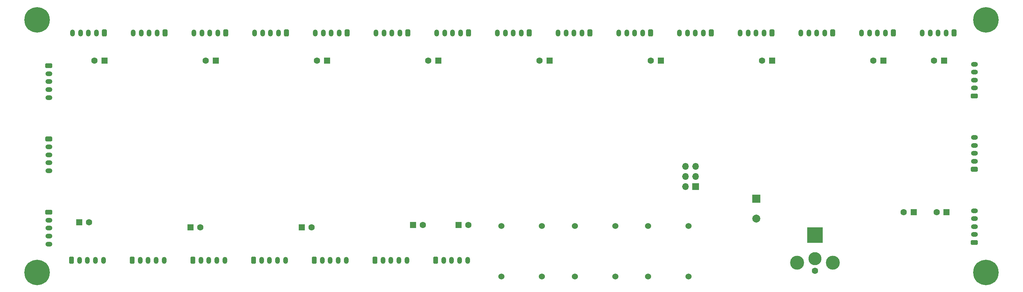
<source format=gbr>
%TF.GenerationSoftware,KiCad,Pcbnew,(5.1.10-1-10_14)*%
%TF.CreationDate,2021-09-29T23:31:11-07:00*%
%TF.ProjectId,stepper_clock,73746570-7065-4725-9f63-6c6f636b2e6b,rev?*%
%TF.SameCoordinates,Original*%
%TF.FileFunction,Soldermask,Bot*%
%TF.FilePolarity,Negative*%
%FSLAX46Y46*%
G04 Gerber Fmt 4.6, Leading zero omitted, Abs format (unit mm)*
G04 Created by KiCad (PCBNEW (5.1.10-1-10_14)) date 2021-09-29 23:31:11*
%MOMM*%
%LPD*%
G01*
G04 APERTURE LIST*
%ADD10O,1.200000X1.750000*%
%ADD11R,4.000000X4.000000*%
%ADD12C,3.300000*%
%ADD13C,3.500000*%
%ADD14C,1.600000*%
%ADD15R,1.700000X1.700000*%
%ADD16O,1.700000X1.700000*%
%ADD17O,1.750000X1.200000*%
%ADD18C,1.524000*%
%ADD19R,1.600000X1.600000*%
%ADD20R,2.000000X2.000000*%
%ADD21C,2.000000*%
%ADD22C,0.800000*%
%ADD23C,6.400000*%
G04 APERTURE END LIST*
%TO.C,J9*%
G36*
G01*
X109890000Y-67935001D02*
X109890000Y-66684999D01*
G75*
G02*
X110139999Y-66435000I249999J0D01*
G01*
X110840001Y-66435000D01*
G75*
G02*
X111090000Y-66684999I0J-249999D01*
G01*
X111090000Y-67935001D01*
G75*
G02*
X110840001Y-68185000I-249999J0D01*
G01*
X110139999Y-68185000D01*
G75*
G02*
X109890000Y-67935001I0J249999D01*
G01*
G37*
D10*
X112490000Y-67310000D03*
X114490000Y-67310000D03*
X116490000Y-67310000D03*
X118490000Y-67310000D03*
%TD*%
%TO.C,J8*%
G36*
G01*
X94650000Y-67935001D02*
X94650000Y-66684999D01*
G75*
G02*
X94899999Y-66435000I249999J0D01*
G01*
X95600001Y-66435000D01*
G75*
G02*
X95850000Y-66684999I0J-249999D01*
G01*
X95850000Y-67935001D01*
G75*
G02*
X95600001Y-68185000I-249999J0D01*
G01*
X94899999Y-68185000D01*
G75*
G02*
X94650000Y-67935001I0J249999D01*
G01*
G37*
X97250000Y-67310000D03*
X99250000Y-67310000D03*
X101250000Y-67310000D03*
X103250000Y-67310000D03*
%TD*%
%TO.C,J3*%
G36*
G01*
X18450000Y-67935001D02*
X18450000Y-66684999D01*
G75*
G02*
X18699999Y-66435000I249999J0D01*
G01*
X19400001Y-66435000D01*
G75*
G02*
X19650000Y-66684999I0J-249999D01*
G01*
X19650000Y-67935001D01*
G75*
G02*
X19400001Y-68185000I-249999J0D01*
G01*
X18699999Y-68185000D01*
G75*
G02*
X18450000Y-67935001I0J249999D01*
G01*
G37*
X21050000Y-67310000D03*
X23050000Y-67310000D03*
X25050000Y-67310000D03*
X27050000Y-67310000D03*
%TD*%
%TO.C,J4*%
X42290000Y-67310000D03*
X40290000Y-67310000D03*
X38290000Y-67310000D03*
X36290000Y-67310000D03*
G36*
G01*
X33690000Y-67935001D02*
X33690000Y-66684999D01*
G75*
G02*
X33939999Y-66435000I249999J0D01*
G01*
X34640001Y-66435000D01*
G75*
G02*
X34890000Y-66684999I0J-249999D01*
G01*
X34890000Y-67935001D01*
G75*
G02*
X34640001Y-68185000I-249999J0D01*
G01*
X33939999Y-68185000D01*
G75*
G02*
X33690000Y-67935001I0J249999D01*
G01*
G37*
%TD*%
D11*
%TO.C,J1*%
X205740000Y-60960000D03*
D12*
X205740000Y-66960000D03*
D13*
X201240000Y-67960000D03*
X210240000Y-67960000D03*
D14*
X205740000Y-69960000D03*
%TD*%
D15*
%TO.C,J2*%
X175768000Y-48768000D03*
D16*
X173228000Y-48768000D03*
X175768000Y-46228000D03*
X173228000Y-46228000D03*
X175768000Y-43688000D03*
X173228000Y-43688000D03*
%TD*%
%TO.C,J5*%
G36*
G01*
X48930000Y-67935001D02*
X48930000Y-66684999D01*
G75*
G02*
X49179999Y-66435000I249999J0D01*
G01*
X49880001Y-66435000D01*
G75*
G02*
X50130000Y-66684999I0J-249999D01*
G01*
X50130000Y-67935001D01*
G75*
G02*
X49880001Y-68185000I-249999J0D01*
G01*
X49179999Y-68185000D01*
G75*
G02*
X48930000Y-67935001I0J249999D01*
G01*
G37*
D10*
X51530000Y-67310000D03*
X53530000Y-67310000D03*
X55530000Y-67310000D03*
X57530000Y-67310000D03*
%TD*%
%TO.C,J6*%
X72770000Y-67310000D03*
X70770000Y-67310000D03*
X68770000Y-67310000D03*
X66770000Y-67310000D03*
G36*
G01*
X64170000Y-67935001D02*
X64170000Y-66684999D01*
G75*
G02*
X64419999Y-66435000I249999J0D01*
G01*
X65120001Y-66435000D01*
G75*
G02*
X65370000Y-66684999I0J-249999D01*
G01*
X65370000Y-67935001D01*
G75*
G02*
X65120001Y-68185000I-249999J0D01*
G01*
X64419999Y-68185000D01*
G75*
G02*
X64170000Y-67935001I0J249999D01*
G01*
G37*
%TD*%
%TO.C,J7*%
X88010000Y-67310000D03*
X86010000Y-67310000D03*
X84010000Y-67310000D03*
X82010000Y-67310000D03*
G36*
G01*
X79410000Y-67935001D02*
X79410000Y-66684999D01*
G75*
G02*
X79659999Y-66435000I249999J0D01*
G01*
X80360001Y-66435000D01*
G75*
G02*
X80610000Y-66684999I0J-249999D01*
G01*
X80610000Y-67935001D01*
G75*
G02*
X80360001Y-68185000I-249999J0D01*
G01*
X79659999Y-68185000D01*
G75*
G02*
X79410000Y-67935001I0J249999D01*
G01*
G37*
%TD*%
%TO.C,J10*%
X65025000Y-10160000D03*
X67025000Y-10160000D03*
X69025000Y-10160000D03*
X71025000Y-10160000D03*
G36*
G01*
X73625000Y-9534999D02*
X73625000Y-10785001D01*
G75*
G02*
X73375001Y-11035000I-249999J0D01*
G01*
X72674999Y-11035000D01*
G75*
G02*
X72425000Y-10785001I0J249999D01*
G01*
X72425000Y-9534999D01*
G75*
G02*
X72674999Y-9285000I249999J0D01*
G01*
X73375001Y-9285000D01*
G75*
G02*
X73625000Y-9534999I0J-249999D01*
G01*
G37*
%TD*%
%TO.C,J11*%
G36*
G01*
X58385000Y-9534999D02*
X58385000Y-10785001D01*
G75*
G02*
X58135001Y-11035000I-249999J0D01*
G01*
X57434999Y-11035000D01*
G75*
G02*
X57185000Y-10785001I0J249999D01*
G01*
X57185000Y-9534999D01*
G75*
G02*
X57434999Y-9285000I249999J0D01*
G01*
X58135001Y-9285000D01*
G75*
G02*
X58385000Y-9534999I0J-249999D01*
G01*
G37*
X55785000Y-10160000D03*
X53785000Y-10160000D03*
X51785000Y-10160000D03*
X49785000Y-10160000D03*
%TD*%
%TO.C,J12*%
G36*
G01*
X43145000Y-9534999D02*
X43145000Y-10785001D01*
G75*
G02*
X42895001Y-11035000I-249999J0D01*
G01*
X42194999Y-11035000D01*
G75*
G02*
X41945000Y-10785001I0J249999D01*
G01*
X41945000Y-9534999D01*
G75*
G02*
X42194999Y-9285000I249999J0D01*
G01*
X42895001Y-9285000D01*
G75*
G02*
X43145000Y-9534999I0J-249999D01*
G01*
G37*
X40545000Y-10160000D03*
X38545000Y-10160000D03*
X36545000Y-10160000D03*
X34545000Y-10160000D03*
%TD*%
%TO.C,J13*%
X19305000Y-10160000D03*
X21305000Y-10160000D03*
X23305000Y-10160000D03*
X25305000Y-10160000D03*
G36*
G01*
X27905000Y-9534999D02*
X27905000Y-10785001D01*
G75*
G02*
X27655001Y-11035000I-249999J0D01*
G01*
X26954999Y-11035000D01*
G75*
G02*
X26705000Y-10785001I0J249999D01*
G01*
X26705000Y-9534999D01*
G75*
G02*
X26954999Y-9285000I249999J0D01*
G01*
X27655001Y-9285000D01*
G75*
G02*
X27905000Y-9534999I0J-249999D01*
G01*
G37*
%TD*%
%TO.C,J14*%
G36*
G01*
X12709999Y-17815000D02*
X13960001Y-17815000D01*
G75*
G02*
X14210000Y-18064999I0J-249999D01*
G01*
X14210000Y-18765001D01*
G75*
G02*
X13960001Y-19015000I-249999J0D01*
G01*
X12709999Y-19015000D01*
G75*
G02*
X12460000Y-18765001I0J249999D01*
G01*
X12460000Y-18064999D01*
G75*
G02*
X12709999Y-17815000I249999J0D01*
G01*
G37*
D17*
X13335000Y-20415000D03*
X13335000Y-22415000D03*
X13335000Y-24415000D03*
X13335000Y-26415000D03*
%TD*%
%TO.C,J15*%
X13335000Y-44830000D03*
X13335000Y-42830000D03*
X13335000Y-40830000D03*
X13335000Y-38830000D03*
G36*
G01*
X12709999Y-36230000D02*
X13960001Y-36230000D01*
G75*
G02*
X14210000Y-36479999I0J-249999D01*
G01*
X14210000Y-37180001D01*
G75*
G02*
X13960001Y-37430000I-249999J0D01*
G01*
X12709999Y-37430000D01*
G75*
G02*
X12460000Y-37180001I0J249999D01*
G01*
X12460000Y-36479999D01*
G75*
G02*
X12709999Y-36230000I249999J0D01*
G01*
G37*
%TD*%
%TO.C,J16*%
G36*
G01*
X12709999Y-54645000D02*
X13960001Y-54645000D01*
G75*
G02*
X14210000Y-54894999I0J-249999D01*
G01*
X14210000Y-55595001D01*
G75*
G02*
X13960001Y-55845000I-249999J0D01*
G01*
X12709999Y-55845000D01*
G75*
G02*
X12460000Y-55595001I0J249999D01*
G01*
X12460000Y-54894999D01*
G75*
G02*
X12709999Y-54645000I249999J0D01*
G01*
G37*
X13335000Y-57245000D03*
X13335000Y-59245000D03*
X13335000Y-61245000D03*
X13335000Y-63245000D03*
%TD*%
%TO.C,J17*%
G36*
G01*
X180305000Y-9534999D02*
X180305000Y-10785001D01*
G75*
G02*
X180055001Y-11035000I-249999J0D01*
G01*
X179354999Y-11035000D01*
G75*
G02*
X179105000Y-10785001I0J249999D01*
G01*
X179105000Y-9534999D01*
G75*
G02*
X179354999Y-9285000I249999J0D01*
G01*
X180055001Y-9285000D01*
G75*
G02*
X180305000Y-9534999I0J-249999D01*
G01*
G37*
D10*
X177705000Y-10160000D03*
X175705000Y-10160000D03*
X173705000Y-10160000D03*
X171705000Y-10160000D03*
%TD*%
%TO.C,J18*%
X156465000Y-10160000D03*
X158465000Y-10160000D03*
X160465000Y-10160000D03*
X162465000Y-10160000D03*
G36*
G01*
X165065000Y-9534999D02*
X165065000Y-10785001D01*
G75*
G02*
X164815001Y-11035000I-249999J0D01*
G01*
X164114999Y-11035000D01*
G75*
G02*
X163865000Y-10785001I0J249999D01*
G01*
X163865000Y-9534999D01*
G75*
G02*
X164114999Y-9285000I249999J0D01*
G01*
X164815001Y-9285000D01*
G75*
G02*
X165065000Y-9534999I0J-249999D01*
G01*
G37*
%TD*%
%TO.C,J19*%
X141225000Y-10160000D03*
X143225000Y-10160000D03*
X145225000Y-10160000D03*
X147225000Y-10160000D03*
G36*
G01*
X149825000Y-9534999D02*
X149825000Y-10785001D01*
G75*
G02*
X149575001Y-11035000I-249999J0D01*
G01*
X148874999Y-11035000D01*
G75*
G02*
X148625000Y-10785001I0J249999D01*
G01*
X148625000Y-9534999D01*
G75*
G02*
X148874999Y-9285000I249999J0D01*
G01*
X149575001Y-9285000D01*
G75*
G02*
X149825000Y-9534999I0J-249999D01*
G01*
G37*
%TD*%
%TO.C,J20*%
G36*
G01*
X134585000Y-9534999D02*
X134585000Y-10785001D01*
G75*
G02*
X134335001Y-11035000I-249999J0D01*
G01*
X133634999Y-11035000D01*
G75*
G02*
X133385000Y-10785001I0J249999D01*
G01*
X133385000Y-9534999D01*
G75*
G02*
X133634999Y-9285000I249999J0D01*
G01*
X134335001Y-9285000D01*
G75*
G02*
X134585000Y-9534999I0J-249999D01*
G01*
G37*
X131985000Y-10160000D03*
X129985000Y-10160000D03*
X127985000Y-10160000D03*
X125985000Y-10160000D03*
%TD*%
%TO.C,J21*%
X110745000Y-10160000D03*
X112745000Y-10160000D03*
X114745000Y-10160000D03*
X116745000Y-10160000D03*
G36*
G01*
X119345000Y-9534999D02*
X119345000Y-10785001D01*
G75*
G02*
X119095001Y-11035000I-249999J0D01*
G01*
X118394999Y-11035000D01*
G75*
G02*
X118145000Y-10785001I0J249999D01*
G01*
X118145000Y-9534999D01*
G75*
G02*
X118394999Y-9285000I249999J0D01*
G01*
X119095001Y-9285000D01*
G75*
G02*
X119345000Y-9534999I0J-249999D01*
G01*
G37*
%TD*%
%TO.C,J22*%
G36*
G01*
X104105000Y-9534999D02*
X104105000Y-10785001D01*
G75*
G02*
X103855001Y-11035000I-249999J0D01*
G01*
X103154999Y-11035000D01*
G75*
G02*
X102905000Y-10785001I0J249999D01*
G01*
X102905000Y-9534999D01*
G75*
G02*
X103154999Y-9285000I249999J0D01*
G01*
X103855001Y-9285000D01*
G75*
G02*
X104105000Y-9534999I0J-249999D01*
G01*
G37*
X101505000Y-10160000D03*
X99505000Y-10160000D03*
X97505000Y-10160000D03*
X95505000Y-10160000D03*
%TD*%
%TO.C,J23*%
X80265000Y-10160000D03*
X82265000Y-10160000D03*
X84265000Y-10160000D03*
X86265000Y-10160000D03*
G36*
G01*
X88865000Y-9534999D02*
X88865000Y-10785001D01*
G75*
G02*
X88615001Y-11035000I-249999J0D01*
G01*
X87914999Y-11035000D01*
G75*
G02*
X87665000Y-10785001I0J249999D01*
G01*
X87665000Y-9534999D01*
G75*
G02*
X87914999Y-9285000I249999J0D01*
G01*
X88615001Y-9285000D01*
G75*
G02*
X88865000Y-9534999I0J-249999D01*
G01*
G37*
%TD*%
%TO.C,J24*%
G36*
G01*
X246370001Y-63465000D02*
X245119999Y-63465000D01*
G75*
G02*
X244870000Y-63215001I0J249999D01*
G01*
X244870000Y-62514999D01*
G75*
G02*
X245119999Y-62265000I249999J0D01*
G01*
X246370001Y-62265000D01*
G75*
G02*
X246620000Y-62514999I0J-249999D01*
G01*
X246620000Y-63215001D01*
G75*
G02*
X246370001Y-63465000I-249999J0D01*
G01*
G37*
D17*
X245745000Y-60865000D03*
X245745000Y-58865000D03*
X245745000Y-56865000D03*
X245745000Y-54865000D03*
%TD*%
%TO.C,J25*%
X245745000Y-36450000D03*
X245745000Y-38450000D03*
X245745000Y-40450000D03*
X245745000Y-42450000D03*
G36*
G01*
X246370001Y-45050000D02*
X245119999Y-45050000D01*
G75*
G02*
X244870000Y-44800001I0J249999D01*
G01*
X244870000Y-44099999D01*
G75*
G02*
X245119999Y-43850000I249999J0D01*
G01*
X246370001Y-43850000D01*
G75*
G02*
X246620000Y-44099999I0J-249999D01*
G01*
X246620000Y-44800001D01*
G75*
G02*
X246370001Y-45050000I-249999J0D01*
G01*
G37*
%TD*%
%TO.C,J26*%
X245745000Y-18035000D03*
X245745000Y-20035000D03*
X245745000Y-22035000D03*
X245745000Y-24035000D03*
G36*
G01*
X246370001Y-26635000D02*
X245119999Y-26635000D01*
G75*
G02*
X244870000Y-26385001I0J249999D01*
G01*
X244870000Y-25684999D01*
G75*
G02*
X245119999Y-25435000I249999J0D01*
G01*
X246370001Y-25435000D01*
G75*
G02*
X246620000Y-25684999I0J-249999D01*
G01*
X246620000Y-26385001D01*
G75*
G02*
X246370001Y-26635000I-249999J0D01*
G01*
G37*
%TD*%
%TO.C,J27*%
G36*
G01*
X241265000Y-9534999D02*
X241265000Y-10785001D01*
G75*
G02*
X241015001Y-11035000I-249999J0D01*
G01*
X240314999Y-11035000D01*
G75*
G02*
X240065000Y-10785001I0J249999D01*
G01*
X240065000Y-9534999D01*
G75*
G02*
X240314999Y-9285000I249999J0D01*
G01*
X241015001Y-9285000D01*
G75*
G02*
X241265000Y-9534999I0J-249999D01*
G01*
G37*
D10*
X238665000Y-10160000D03*
X236665000Y-10160000D03*
X234665000Y-10160000D03*
X232665000Y-10160000D03*
%TD*%
%TO.C,J28*%
X217425000Y-10160000D03*
X219425000Y-10160000D03*
X221425000Y-10160000D03*
X223425000Y-10160000D03*
G36*
G01*
X226025000Y-9534999D02*
X226025000Y-10785001D01*
G75*
G02*
X225775001Y-11035000I-249999J0D01*
G01*
X225074999Y-11035000D01*
G75*
G02*
X224825000Y-10785001I0J249999D01*
G01*
X224825000Y-9534999D01*
G75*
G02*
X225074999Y-9285000I249999J0D01*
G01*
X225775001Y-9285000D01*
G75*
G02*
X226025000Y-9534999I0J-249999D01*
G01*
G37*
%TD*%
%TO.C,J29*%
G36*
G01*
X210785000Y-9534999D02*
X210785000Y-10785001D01*
G75*
G02*
X210535001Y-11035000I-249999J0D01*
G01*
X209834999Y-11035000D01*
G75*
G02*
X209585000Y-10785001I0J249999D01*
G01*
X209585000Y-9534999D01*
G75*
G02*
X209834999Y-9285000I249999J0D01*
G01*
X210535001Y-9285000D01*
G75*
G02*
X210785000Y-9534999I0J-249999D01*
G01*
G37*
X208185000Y-10160000D03*
X206185000Y-10160000D03*
X204185000Y-10160000D03*
X202185000Y-10160000D03*
%TD*%
%TO.C,J30*%
X186945000Y-10160000D03*
X188945000Y-10160000D03*
X190945000Y-10160000D03*
X192945000Y-10160000D03*
G36*
G01*
X195545000Y-9534999D02*
X195545000Y-10785001D01*
G75*
G02*
X195295001Y-11035000I-249999J0D01*
G01*
X194594999Y-11035000D01*
G75*
G02*
X194345000Y-10785001I0J249999D01*
G01*
X194345000Y-9534999D01*
G75*
G02*
X194594999Y-9285000I249999J0D01*
G01*
X195295001Y-9285000D01*
G75*
G02*
X195545000Y-9534999I0J-249999D01*
G01*
G37*
%TD*%
D18*
%TO.C,SW2*%
X145415000Y-71374000D03*
X145415000Y-58674000D03*
X155575000Y-71374000D03*
X155575000Y-58674000D03*
%TD*%
%TO.C,SW3*%
X173990000Y-58674000D03*
X173990000Y-71374000D03*
X163830000Y-58674000D03*
X163830000Y-71374000D03*
%TD*%
%TO.C,SW1*%
X137160000Y-58674000D03*
X137160000Y-71374000D03*
X127000000Y-58674000D03*
X127000000Y-71374000D03*
%TD*%
D19*
%TO.C,C21*%
X116205000Y-58420000D03*
D14*
X118705000Y-58420000D03*
%TD*%
%TO.C,C22*%
X107275000Y-58420000D03*
D19*
X104775000Y-58420000D03*
%TD*%
D14*
%TO.C,C23*%
X79335000Y-59055000D03*
D19*
X76835000Y-59055000D03*
%TD*%
%TO.C,C24*%
X48895000Y-59055000D03*
D14*
X51395000Y-59055000D03*
%TD*%
D19*
%TO.C,C25*%
X20955000Y-57785000D03*
D14*
X23455000Y-57785000D03*
%TD*%
%TO.C,C26*%
X24805000Y-17145000D03*
D19*
X27305000Y-17145000D03*
%TD*%
D14*
%TO.C,C27*%
X52745000Y-17145000D03*
D19*
X55245000Y-17145000D03*
%TD*%
%TO.C,C28*%
X83185000Y-17145000D03*
D14*
X80685000Y-17145000D03*
%TD*%
%TO.C,C29*%
X108625000Y-17145000D03*
D19*
X111125000Y-17145000D03*
%TD*%
%TO.C,C30*%
X139065000Y-17145000D03*
D14*
X136565000Y-17145000D03*
%TD*%
D19*
%TO.C,C31*%
X167005000Y-17145000D03*
D14*
X164505000Y-17145000D03*
%TD*%
%TO.C,C32*%
X192445000Y-17145000D03*
D19*
X194945000Y-17145000D03*
%TD*%
%TO.C,C33*%
X222885000Y-17145000D03*
D14*
X220385000Y-17145000D03*
%TD*%
%TO.C,C34*%
X235625000Y-17145000D03*
D19*
X238125000Y-17145000D03*
%TD*%
D14*
%TO.C,C35*%
X236260000Y-55245000D03*
D19*
X238760000Y-55245000D03*
%TD*%
%TO.C,C36*%
X230505000Y-55245000D03*
D14*
X228005000Y-55245000D03*
%TD*%
D20*
%TO.C,C1*%
X191008000Y-51816000D03*
D21*
X191008000Y-56816000D03*
%TD*%
D22*
%TO.C,H1*%
X12111056Y-5160944D03*
X10414000Y-4458000D03*
X8716944Y-5160944D03*
X8014000Y-6858000D03*
X8716944Y-8555056D03*
X10414000Y-9258000D03*
X12111056Y-8555056D03*
X12814000Y-6858000D03*
D23*
X10414000Y-6858000D03*
%TD*%
%TO.C,H2*%
X10414000Y-70358000D03*
D22*
X12814000Y-70358000D03*
X12111056Y-72055056D03*
X10414000Y-72758000D03*
X8716944Y-72055056D03*
X8014000Y-70358000D03*
X8716944Y-68660944D03*
X10414000Y-67958000D03*
X12111056Y-68660944D03*
%TD*%
D23*
%TO.C,H3*%
X248666000Y-6858000D03*
D22*
X251066000Y-6858000D03*
X250363056Y-8555056D03*
X248666000Y-9258000D03*
X246968944Y-8555056D03*
X246266000Y-6858000D03*
X246968944Y-5160944D03*
X248666000Y-4458000D03*
X250363056Y-5160944D03*
%TD*%
%TO.C,H4*%
X250363056Y-68660944D03*
X248666000Y-67958000D03*
X246968944Y-68660944D03*
X246266000Y-70358000D03*
X246968944Y-72055056D03*
X248666000Y-72758000D03*
X250363056Y-72055056D03*
X251066000Y-70358000D03*
D23*
X248666000Y-70358000D03*
%TD*%
M02*

</source>
